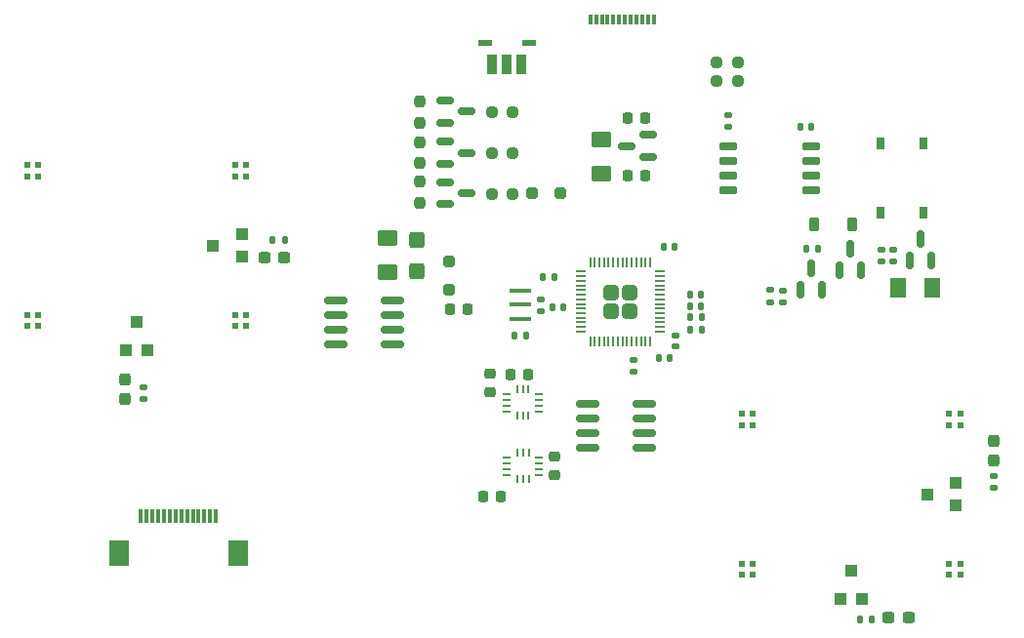
<source format=gbr>
G04 #@! TF.GenerationSoftware,KiCad,Pcbnew,7.0.2*
G04 #@! TF.CreationDate,2023-07-29T11:35:43-07:00*
G04 #@! TF.ProjectId,procon_gcc_main_pcb,70726f63-6f6e-45f6-9763-635f6d61696e,1*
G04 #@! TF.SameCoordinates,Original*
G04 #@! TF.FileFunction,Paste,Top*
G04 #@! TF.FilePolarity,Positive*
%FSLAX46Y46*%
G04 Gerber Fmt 4.6, Leading zero omitted, Abs format (unit mm)*
G04 Created by KiCad (PCBNEW 7.0.2) date 2023-07-29 11:35:43*
%MOMM*%
%LPD*%
G01*
G04 APERTURE LIST*
G04 Aperture macros list*
%AMRoundRect*
0 Rectangle with rounded corners*
0 $1 Rounding radius*
0 $2 $3 $4 $5 $6 $7 $8 $9 X,Y pos of 4 corners*
0 Add a 4 corners polygon primitive as box body*
4,1,4,$2,$3,$4,$5,$6,$7,$8,$9,$2,$3,0*
0 Add four circle primitives for the rounded corners*
1,1,$1+$1,$2,$3*
1,1,$1+$1,$4,$5*
1,1,$1+$1,$6,$7*
1,1,$1+$1,$8,$9*
0 Add four rect primitives between the rounded corners*
20,1,$1+$1,$2,$3,$4,$5,0*
20,1,$1+$1,$4,$5,$6,$7,0*
20,1,$1+$1,$6,$7,$8,$9,0*
20,1,$1+$1,$8,$9,$2,$3,0*%
G04 Aperture macros list end*
%ADD10R,0.950000X1.700000*%
%ADD11R,0.900000X1.700000*%
%ADD12R,1.200000X0.600000*%
%ADD13R,1.000000X1.000000*%
%ADD14RoundRect,0.135000X0.185000X-0.135000X0.185000X0.135000X-0.185000X0.135000X-0.185000X-0.135000X0*%
%ADD15RoundRect,0.135000X0.135000X0.185000X-0.135000X0.185000X-0.135000X-0.185000X0.135000X-0.185000X0*%
%ADD16R,0.550000X0.550000*%
%ADD17RoundRect,0.225000X-0.225000X-0.375000X0.225000X-0.375000X0.225000X0.375000X-0.225000X0.375000X0*%
%ADD18RoundRect,0.225000X-0.250000X0.225000X-0.250000X-0.225000X0.250000X-0.225000X0.250000X0.225000X0*%
%ADD19RoundRect,0.135000X-0.185000X0.135000X-0.185000X-0.135000X0.185000X-0.135000X0.185000X0.135000X0*%
%ADD20RoundRect,0.150000X-0.825000X-0.150000X0.825000X-0.150000X0.825000X0.150000X-0.825000X0.150000X0*%
%ADD21RoundRect,0.237500X-0.237500X0.300000X-0.237500X-0.300000X0.237500X-0.300000X0.237500X0.300000X0*%
%ADD22RoundRect,0.150000X-0.587500X-0.150000X0.587500X-0.150000X0.587500X0.150000X-0.587500X0.150000X0*%
%ADD23RoundRect,0.135000X-0.135000X-0.185000X0.135000X-0.185000X0.135000X0.185000X-0.135000X0.185000X0*%
%ADD24RoundRect,0.237500X0.300000X0.237500X-0.300000X0.237500X-0.300000X-0.237500X0.300000X-0.237500X0*%
%ADD25RoundRect,0.250001X-0.624999X0.462499X-0.624999X-0.462499X0.624999X-0.462499X0.624999X0.462499X0*%
%ADD26RoundRect,0.237500X-0.237500X0.250000X-0.237500X-0.250000X0.237500X-0.250000X0.237500X0.250000X0*%
%ADD27RoundRect,0.150000X0.150000X-0.587500X0.150000X0.587500X-0.150000X0.587500X-0.150000X-0.587500X0*%
%ADD28RoundRect,0.140000X0.140000X0.170000X-0.140000X0.170000X-0.140000X-0.170000X0.140000X-0.170000X0*%
%ADD29RoundRect,0.249999X-0.395001X0.395001X-0.395001X-0.395001X0.395001X-0.395001X0.395001X0.395001X0*%
%ADD30RoundRect,0.050000X-0.050000X0.387500X-0.050000X-0.387500X0.050000X-0.387500X0.050000X0.387500X0*%
%ADD31RoundRect,0.050000X-0.387500X0.050000X-0.387500X-0.050000X0.387500X-0.050000X0.387500X0.050000X0*%
%ADD32RoundRect,0.140000X-0.170000X0.140000X-0.170000X-0.140000X0.170000X-0.140000X0.170000X0.140000X0*%
%ADD33RoundRect,0.250000X-0.250000X-0.250000X0.250000X-0.250000X0.250000X0.250000X-0.250000X0.250000X0*%
%ADD34RoundRect,0.250001X0.624999X-0.462499X0.624999X0.462499X-0.624999X0.462499X-0.624999X-0.462499X0*%
%ADD35RoundRect,0.250000X0.250000X-0.250000X0.250000X0.250000X-0.250000X0.250000X-0.250000X-0.250000X0*%
%ADD36RoundRect,0.237500X0.250000X0.237500X-0.250000X0.237500X-0.250000X-0.237500X0.250000X-0.237500X0*%
%ADD37RoundRect,0.225000X-0.225000X-0.250000X0.225000X-0.250000X0.225000X0.250000X-0.225000X0.250000X0*%
%ADD38RoundRect,0.250001X-0.462499X-0.624999X0.462499X-0.624999X0.462499X0.624999X-0.462499X0.624999X0*%
%ADD39RoundRect,0.237500X-0.300000X-0.237500X0.300000X-0.237500X0.300000X0.237500X-0.300000X0.237500X0*%
%ADD40RoundRect,0.225000X0.225000X0.250000X-0.225000X0.250000X-0.225000X-0.250000X0.225000X-0.250000X0*%
%ADD41R,1.900000X0.400000*%
%ADD42RoundRect,0.140000X-0.140000X-0.170000X0.140000X-0.170000X0.140000X0.170000X-0.140000X0.170000X0*%
%ADD43RoundRect,0.250000X0.425000X-0.450000X0.425000X0.450000X-0.425000X0.450000X-0.425000X-0.450000X0*%
%ADD44RoundRect,0.150000X0.587500X0.150000X-0.587500X0.150000X-0.587500X-0.150000X0.587500X-0.150000X0*%
%ADD45R,0.750000X1.000000*%
%ADD46R,0.300000X1.300000*%
%ADD47R,1.800000X2.200000*%
%ADD48R,0.300000X0.900000*%
%ADD49RoundRect,0.150000X-0.650000X-0.150000X0.650000X-0.150000X0.650000X0.150000X-0.650000X0.150000X0*%
%ADD50R,0.745000X0.280000*%
%ADD51R,0.280000X0.745000*%
%ADD52RoundRect,0.237500X-0.250000X-0.237500X0.250000X-0.237500X0.250000X0.237500X-0.250000X0.237500X0*%
G04 APERTURE END LIST*
D10*
X127208519Y-102740000D03*
D11*
X128483519Y-102740000D03*
D10*
X129758519Y-102740000D03*
D12*
X126583519Y-100840000D03*
X130383519Y-100840000D03*
D13*
X105477000Y-119382600D03*
X105477000Y-117482600D03*
X102977000Y-118432600D03*
D14*
X152392760Y-123334312D03*
X152392760Y-122314312D03*
D15*
X145378378Y-124674084D03*
X144358378Y-124674084D03*
D16*
X166845200Y-133997000D03*
X167795200Y-133997000D03*
X167795200Y-133047000D03*
X166845200Y-133047000D03*
D17*
X155085499Y-116574786D03*
X158385499Y-116574786D03*
D18*
X132638988Y-136778904D03*
X132638988Y-138328904D03*
D19*
X162021317Y-118784380D03*
X162021317Y-119804380D03*
D14*
X170739623Y-139478477D03*
X170739623Y-138458477D03*
D20*
X113605156Y-123184537D03*
X113605156Y-124454537D03*
X113605156Y-125724537D03*
X113605156Y-126994537D03*
X118555156Y-126994537D03*
X118555156Y-125724537D03*
X118555156Y-124454537D03*
X118555156Y-123184537D03*
D21*
X95317457Y-130017891D03*
X95317457Y-131742891D03*
D22*
X123105000Y-105860000D03*
X123105000Y-107760000D03*
X124980000Y-106810000D03*
X123092500Y-112930000D03*
X123092500Y-114830000D03*
X124967500Y-113880000D03*
D23*
X131570000Y-121131418D03*
X132590000Y-121131418D03*
D24*
X163312504Y-150698757D03*
X161587504Y-150698757D03*
D16*
X86902000Y-125407600D03*
X87852000Y-125407600D03*
X87852000Y-124457600D03*
X86902000Y-124457600D03*
D25*
X136652000Y-109256500D03*
X136652000Y-112231500D03*
D26*
X120944000Y-109456500D03*
X120944000Y-111281500D03*
D27*
X163403973Y-119704893D03*
X165303973Y-119704893D03*
X164353973Y-117829893D03*
D28*
X154868965Y-108099075D03*
X153908965Y-108099075D03*
D29*
X139100000Y-122500000D03*
X137500000Y-122500000D03*
X139100000Y-124100000D03*
X137500000Y-124100000D03*
D30*
X140900000Y-119862500D03*
X140500000Y-119862500D03*
X140100000Y-119862500D03*
X139700000Y-119862500D03*
X139300000Y-119862500D03*
X138900000Y-119862500D03*
X138500000Y-119862500D03*
X138100000Y-119862500D03*
X137700000Y-119862500D03*
X137300000Y-119862500D03*
X136900000Y-119862500D03*
X136500000Y-119862500D03*
X136100000Y-119862500D03*
X135700000Y-119862500D03*
D31*
X134862500Y-120700000D03*
X134862500Y-121100000D03*
X134862500Y-121500000D03*
X134862500Y-121900000D03*
X134862500Y-122300000D03*
X134862500Y-122700000D03*
X134862500Y-123100000D03*
X134862500Y-123500000D03*
X134862500Y-123900000D03*
X134862500Y-124300000D03*
X134862500Y-124700000D03*
X134862500Y-125100000D03*
X134862500Y-125500000D03*
X134862500Y-125900000D03*
D30*
X135700000Y-126737500D03*
X136100000Y-126737500D03*
X136500000Y-126737500D03*
X136900000Y-126737500D03*
X137300000Y-126737500D03*
X137700000Y-126737500D03*
X138100000Y-126737500D03*
X138500000Y-126737500D03*
X138900000Y-126737500D03*
X139300000Y-126737500D03*
X139700000Y-126737500D03*
X140100000Y-126737500D03*
X140500000Y-126737500D03*
X140900000Y-126737500D03*
D31*
X141737500Y-125900000D03*
X141737500Y-125500000D03*
X141737500Y-125100000D03*
X141737500Y-124700000D03*
X141737500Y-124300000D03*
X141737500Y-123900000D03*
X141737500Y-123500000D03*
X141737500Y-123100000D03*
X141737500Y-122700000D03*
X141737500Y-122300000D03*
X141737500Y-121900000D03*
X141737500Y-121500000D03*
X141737500Y-121100000D03*
X141737500Y-120700000D03*
D16*
X104902000Y-112407600D03*
X105852000Y-112407600D03*
X105852000Y-111457600D03*
X104902000Y-111457600D03*
D32*
X143120000Y-126220000D03*
X143120000Y-127180000D03*
D26*
X120937000Y-112897500D03*
X120937000Y-114722500D03*
D33*
X130628718Y-113924462D03*
X133128718Y-113924462D03*
D34*
X118166000Y-120723000D03*
X118166000Y-117748000D03*
D35*
X123500000Y-122300000D03*
X123500000Y-119800000D03*
D28*
X133361612Y-123799940D03*
X132401612Y-123799940D03*
D36*
X128992500Y-113940000D03*
X127167500Y-113940000D03*
D19*
X160950598Y-118782478D03*
X160950598Y-119802478D03*
D37*
X126437999Y-140194151D03*
X127987999Y-140194151D03*
D13*
X157370200Y-149122000D03*
X159270200Y-149122000D03*
X158320200Y-146622000D03*
D38*
X162366473Y-122067393D03*
X165341473Y-122067393D03*
D27*
X153905499Y-122292286D03*
X155805499Y-122292286D03*
X154855499Y-120417286D03*
D15*
X145383475Y-125698631D03*
X144363475Y-125698631D03*
D39*
X107418809Y-119497056D03*
X109143809Y-119497056D03*
D40*
X125075000Y-123925000D03*
X123525000Y-123925000D03*
D16*
X148845200Y-146997000D03*
X149795200Y-146997000D03*
X149795200Y-146047000D03*
X148845200Y-146047000D03*
D18*
X127028523Y-129572529D03*
X127028523Y-131122529D03*
D14*
X147669721Y-108165507D03*
X147669721Y-107145507D03*
D41*
X129650000Y-122375000D03*
X129650000Y-123575000D03*
X129650000Y-124775000D03*
D42*
X142075728Y-118581565D03*
X143035728Y-118581565D03*
D16*
X86902000Y-112407600D03*
X87852000Y-112407600D03*
X87852000Y-111457600D03*
X86902000Y-111457600D03*
D43*
X120706000Y-120622000D03*
X120706000Y-117922000D03*
D21*
X170738456Y-135352081D03*
X170738456Y-137077081D03*
D16*
X166845200Y-146997000D03*
X167795200Y-146997000D03*
X167795200Y-146047000D03*
X166845200Y-146047000D03*
D22*
X123092500Y-109440000D03*
X123092500Y-111340000D03*
X124967500Y-110390000D03*
D44*
X140745500Y-110744500D03*
X140745500Y-108844500D03*
X138870500Y-109794500D03*
D23*
X159135629Y-150847756D03*
X160155629Y-150847756D03*
D45*
X164635000Y-109540000D03*
X164635000Y-115540000D03*
X160885000Y-109540000D03*
X160885000Y-115540000D03*
D13*
X95427000Y-127532600D03*
X97327000Y-127532600D03*
X96377000Y-125032600D03*
D23*
X108175401Y-117977059D03*
X109195401Y-117977059D03*
D37*
X128768394Y-129595200D03*
X130318394Y-129595200D03*
D28*
X142603255Y-128160953D03*
X141643255Y-128160953D03*
D23*
X129129756Y-126274421D03*
X130149756Y-126274421D03*
D37*
X138913000Y-112324500D03*
X140463000Y-112324500D03*
D28*
X145330000Y-123675000D03*
X144370000Y-123675000D03*
X145327989Y-122665768D03*
X144367989Y-122665768D03*
D46*
X96741205Y-141917846D03*
X97241205Y-141917846D03*
X97741205Y-141917846D03*
X98241205Y-141917846D03*
X98741205Y-141917846D03*
X99241205Y-141917846D03*
X99741205Y-141917846D03*
X100241205Y-141917846D03*
X100741205Y-141917846D03*
X101241205Y-141917846D03*
X101741205Y-141917846D03*
X102241205Y-141917846D03*
X102741205Y-141917846D03*
X103241205Y-141917846D03*
D47*
X94841205Y-145167846D03*
X105141205Y-145167846D03*
D27*
X157305499Y-120612286D03*
X159205499Y-120612286D03*
X158255499Y-118737286D03*
D36*
X128982500Y-110380000D03*
X127157500Y-110380000D03*
D48*
X141210000Y-98835000D03*
X140710000Y-98835000D03*
X140210000Y-98835000D03*
X139710000Y-98835000D03*
X139210000Y-98835000D03*
X138710000Y-98835000D03*
X138210000Y-98835000D03*
X137710000Y-98835000D03*
X137210000Y-98835000D03*
X136710000Y-98835000D03*
X136210000Y-98835000D03*
X135710000Y-98835000D03*
D20*
X135447000Y-132207000D03*
X135447000Y-133477000D03*
X135447000Y-134747000D03*
X135447000Y-136017000D03*
X140397000Y-136017000D03*
X140397000Y-134747000D03*
X140397000Y-133477000D03*
X140397000Y-132207000D03*
D49*
X147671042Y-109789917D03*
X147671042Y-111059917D03*
X147671042Y-112329917D03*
X147671042Y-113599917D03*
X154871042Y-113599917D03*
X154871042Y-112329917D03*
X154871042Y-111059917D03*
X154871042Y-109789917D03*
D36*
X128992500Y-106880000D03*
X127167500Y-106880000D03*
D14*
X131420884Y-124153577D03*
X131420884Y-123133577D03*
D19*
X96933652Y-130742363D03*
X96933652Y-131762363D03*
D40*
X140508000Y-107344500D03*
X138958000Y-107344500D03*
D16*
X104902000Y-125407600D03*
X105852000Y-125407600D03*
X105852000Y-124457600D03*
X104902000Y-124457600D03*
D50*
X131250000Y-132830000D03*
X131250000Y-132330000D03*
X131250000Y-131830000D03*
X131250000Y-131330000D03*
D51*
X130352000Y-130932000D03*
X129852000Y-130932000D03*
X129352000Y-130932000D03*
D50*
X128454000Y-131330000D03*
X128454000Y-131830000D03*
X128454000Y-132330000D03*
X128454000Y-132830000D03*
D51*
X129352000Y-133228000D03*
X129852000Y-133228000D03*
X130352000Y-133228000D03*
D26*
X120930000Y-105967500D03*
X120930000Y-107792500D03*
D15*
X155475499Y-118684786D03*
X154455499Y-118684786D03*
D50*
X128461499Y-136823749D03*
X128461499Y-137323749D03*
X128461499Y-137823749D03*
X128461499Y-138323749D03*
D51*
X129359499Y-138721749D03*
X129859499Y-138721749D03*
X130359499Y-138721749D03*
D50*
X131257499Y-138323749D03*
X131257499Y-137823749D03*
X131257499Y-137323749D03*
X131257499Y-136823749D03*
D51*
X130359499Y-136425749D03*
X129859499Y-136425749D03*
X129359499Y-136425749D03*
D52*
X146687500Y-102550000D03*
X148512500Y-102550000D03*
D13*
X167420200Y-140972000D03*
X167420200Y-139072000D03*
X164920200Y-140022000D03*
D16*
X148845200Y-133997000D03*
X149795200Y-133997000D03*
X149795200Y-133047000D03*
X148845200Y-133047000D03*
D19*
X151314832Y-122308704D03*
X151314832Y-123328704D03*
D52*
X146687500Y-104150000D03*
X148512500Y-104150000D03*
D19*
X139473009Y-128385944D03*
X139473009Y-129405944D03*
M02*

</source>
